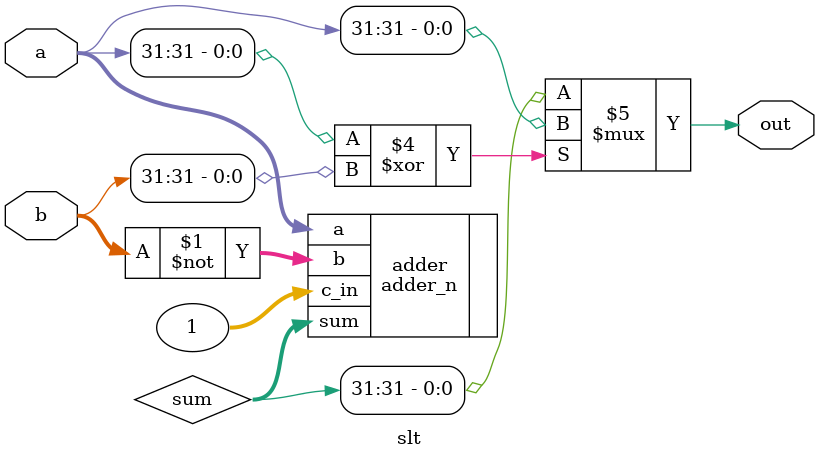
<source format=sv>
module slt(a, b, out);
parameter N = 32;
input wire signed [N-1:0] a, b;
output logic out;

// Using only *structural* combinational logic, make a module that computes if a is less than b!
// Note: this assumes that the two inputs are signed: aka should be interpreted as two's complement.

// Copy any other modules you use into this folder and update the Makefile accordingly.

// OK, we want to know if a < b.
// If a < b, then a - b < 0.
// Detecting if a two's compliment signed number is less than zero is easy--just check the high
// (sign) bit.
// Doing subtraction is also easy: a - b = a + (-b), so we just have to negate b then add it to a
// Negation in two's compliment is equally easy: just flip all the bits and add 1
// Convinently, our adder can "add two numbers plus 1" just by adding the two numbers with c_in = 1
// So: putting it all together: We need to add a + ~b, with c_in = 1, then check if the high/sign
// bit of the result is 1. If, so then (a + (-b)) = (a - b) < 0, meaning a < b.

// NOTE: This isn't entirely my idea, it was discussed in class and in the textbook. The HDL is mine
// though.

// NOTE: This misbehaves when it overflows, which occurs when two very-far-from-zero numbers of
// opposite signs are compared (ex. -2^N < 2^N-1 would be wrong). This doesn't occur for two numbers
// of the same sign (because one is negated, so it gets closer to zero).
// An easy solution to this is that if the numbers are of opposite signs, we compute the result
// manually.

// Truth table for this alternate path:
// | a[N-1] | b[N-1] | out |    comment     |
// |--------|--------|-----|----------------|
// |   0    |   0    | N/A | same sign      |
// |   1    |   1    | N/A | same sign      |
// |   0    |   1    |  0  | a >= 0, b <  0 |
// |   1    |   0    |  1  | a <  0, b >= 0 |
//
// This is (A[N-1] XOR B[N-1]) ? (A[N-1]) : <other process>

wire signed [N-1:0] sum;

adder_n #(.N(N)) adder(
	.a(a),
	.b(~b),
	.c_in(1),
	.sum(sum)
);
always_comb begin
	out = (
		(a[N-1] ^ b[N-1]) // if signs don't match
		? a[N-1] // then return a < 0
		: sum[N - 1] // else return (a - b) < 0
	);
end


endmodule



</source>
